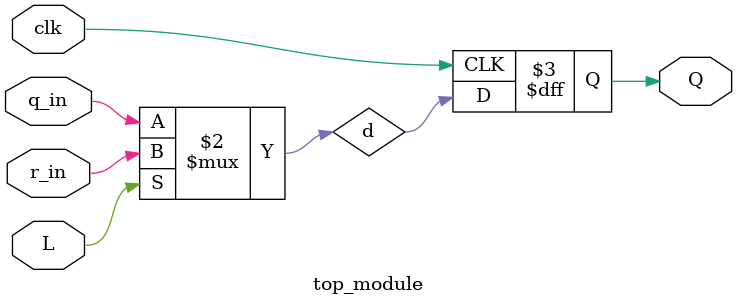
<source format=sv>
module full_module (
    input [2:0] r,
    input L,
    input clk,
    output [2:0] q
);

    wire q0, q1, q2;

    top_module u0 (
        .clk(clk),
        .L(L),
        .q_in(q[2]),
        .r_in(r[0]),
        .Q(q0)
    );

    top_module u1 (
        .clk(clk),
        .L(L),
        .q_in(q[0]),
        .r_in(r[1]),
        .Q(q1)
    );

    top_module u2 (
        .clk(clk),
        .L(L),
        .q_in(q[1]),
        .r_in(r[2]),
        .Q(q2)
    );

    assign q = {q2, q1, q0};

endmodule
module top_module(
    input clk,
    input L,
    input q_in,
    input r_in,
    output reg Q
);

    wire d;  // Output from the mux

    always @(posedge clk) begin
        Q <= d;
    end

    assign d = L ? r_in : q_in;

endmodule

</source>
